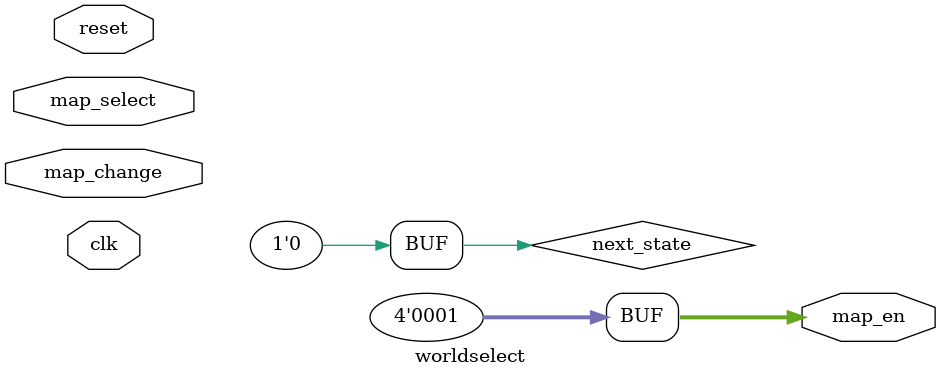
<source format=v>



module worldselect(	input wire clk,
                    input wire reset, 
					input wire map_change, 
					input wire [1:0] map_select, 
					output reg [3:0] map_en );
					
	parameter 	map1 = 4'b0001,
				map2 = 4'b0010,
				map3 = 4'b0100,
				map4 = 4'b1000;
				
	reg state, next_state;
	
	// State: one of four maps enabled
	
	// State register
	always @( posedge clk or posedge map_change or posedge reset ) begin
		if ( reset )
			state = map1;
		else if ( map_change )
			state = next_state;
		else
			state = state;
	end
	
	// State output logic
	always @( state ) begin
		case( state )
			map1:
				map_en = map1;
			map2:
				map_en = map2;
			map3:
				map_en = map3;
			map4:
				map_en = map4;
			default:
				map_en = map1;
		endcase 
	end
	
	// Next state generation decode logic on select change.
	always @( map_select ) begin
		case ( map_select )
		0: 
			next_state = map1;
		1:
			next_state = map2;
		2:
			next_state = map3;
		3:
			next_state = map4;
		default:
			next_state = map1;
		endcase
	end
		
	// Next state generation decode logic if no map_select change.
	always @( state ) begin
		if( state == map4 )
			next_state = map1;
		else
			next_state = state << 1;
	end 
		

	
	endmodule
			
</source>
